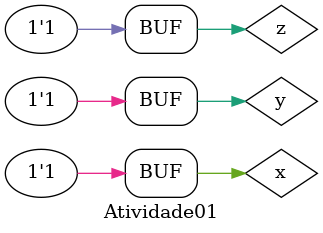
<source format=v>
/*
    Gabriel Xavier Borges - 805347 
*/

module fxyzA(output s, input x,y,z);
    assign s = (~x & ~(~y | z));
endmodule

module fxyzB(output s, input x,y,z);
    assign s = (~(~x | ~y) & ~z); 
endmodule

module fxyzC(output s, input x,y,z);
    assign s = (~(x & ~y) & ~z);
endmodule

module fxyzD(output s, input x,y,z);
    assign s = (~(~x & y) & z); 
endmodule

module fxyzE(output s, input x,y,z);
    assign s = (~x | y) & ~(~y | z);
endmodule

module Atividade01; 
    reg x, y, z;
    wire s1, s2, s3, s4, s5;

    fxyzA FXYZA (s1, x, y, z); 
    fxyzB FXYZB (s2, x, y, z); 
    fxyzC FXYZC (s3, x, y, z); 
    fxyzD FXYZD (s4, x, y, z); 
    fxyzE FXYZE (s5, x, y, z); 


    // valores iniciais 
    initial 
        begin: start 
            x=1'b0; y=1'b0; z=1'b0;   // indefinidos 
        end 

    initial 
        begin: main 
            $display("\nA\n"); 
            $monitor("%b %b %b = %b", x, y, z, s1);
            // sinalizacao  
            #1 x=0; y=0; z=1;
            #1 x=0; y=1; z=0;
            #1 x=0; y=1; z=1;
            #1 x=1; y=0; z=0;
            #1 x=1; y=0; z=1;
            #1 x=1; y=1; z=0;
            #1 x=1; y=1; z=1;
            
            #1 x=1'b0; y=1'b0; z=1'b0; 
            $display("\nB\n"); 
            $monitor("%b %b %b = %b", x, y, z, s2); 
            // sinalizacao 
            #1 x=0; y=0; z=1;
            #1 x=0; y=1; z=0;
            #1 x=0; y=1; z=1;
            #1 x=1; y=0; z=0;
            #1 x=1; y=0; z=1;
            #1 x=1; y=1; z=0;
            #1 x=1; y=1; z=1;


            #1 x=1'b0; y=1'b0; z=1'b0; 
            $display("\nC"); 
            $monitor("%b %b %b = %b", x, y, z, s3); 
            // sinalizacao 
            #1 x=0; y=0; z=1;
            #1 x=0; y=1; z=0;
            #1 x=0; y=1; z=1;
            #1 x=1; y=0; z=0;
            #1 x=1; y=0; z=1;
            #1 x=1; y=1; z=0;
            #1 x=1; y=1; z=1;


            #1 x=1'b0; y=1'b0; z=1'b0; 
            $display("\nD"); 
            $monitor("%b %b %b = %b", x, y, z, s4); 
            // sinalizacao 
            #1 x=0; y=0; z=1;
            #1 x=0; y=1; z=0;
            #1 x=0; y=1; z=1;
            #1 x=1; y=0; z=0;
            #1 x=1; y=0; z=1;
            #1 x=1; y=1; z=0;
            #1 x=1; y=1; z=1;


            #1 x=1'b0; y=1'b0; z=1'b0; 
            $display("\nE");
            $monitor("%b %b %b = %b", x, y, z, s5); 
            // sinalizacao 
            #1 x=0; y=0; z=1;
            #1 x=0; y=1; z=0;
            #1 x=0; y=1; z=1;
            #1 x=1; y=0; z=0;
            #1 x=1; y=0; z=1;
            #1 x=1; y=1; z=0;
            #1 x=1; y=1; z=1;
        end 

endmodule 
</source>
